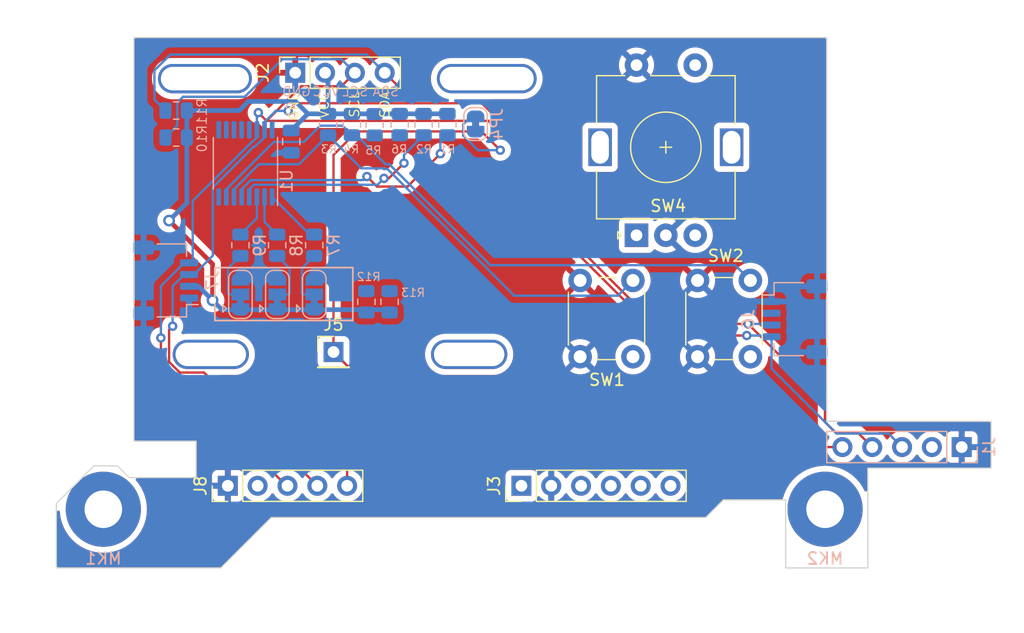
<source format=kicad_pcb>
(kicad_pcb (version 20221018) (generator pcbnew)
  (title_block (date "15 nov 2012"))
  (layers (0 "F.Cu" signal) (31 "B.Cu" signal) (34 "B.Paste" user) (35 "F.Paste" user) (36 "B.SilkS" user "B.Silkscreen") (37 "F.SilkS" user "F.Silkscreen") (38 "B.Mask" user) (39 "F.Mask" user) (44 "Edge.Cuts" user))
  (net 0 "")
  (net 1 "+3V3")
  (net 2 "GND")
  (net 3 "Net-(J3-Pin_4)")
  (net 4 "/BUTTON_1")
  (net 5 "/BUTTON_2")
  (net 6 "/BUTTON_3")
  (net 7 "/ROTARY_ENC_B")
  (net 8 "/ROTARY_ENC_A")
  (net 9 "/BUTTON_4")
  (net 10 "Net-(J3-Pin_6)")
  (net 11 "Net-(JP1-C)")
  (net 12 "Net-(JP2-C)")
  (net 13 "/LED_2")
  (net 14 "/LED_1")
  (net 15 "Net-(JP3-C)")
  (net 16 "Net-(JP4-A)")
  (net 19 "Net-(U1-A0)")
  (net 20 "Net-(U1-A1)")
  (net 21 "Net-(U1-A2)")
  (net 22 "/SCL")
  (net 23 "/SDA")
  (net 24 "/INT")
  (footprint "Connector_PinHeader_2.54mm:PinHeader_1x06_P2.54mm_Vertical" (layer "F.Cu") (at 120 193 90)
    (fp_text reference "J3" (at 0 -2.33 90) (layer "F.SilkS"))
    (fp_text value "Conn_01x06_Odd_Even")
    (pad "1" thru_hole rect (at 0 0 90) (size 1.7 1.7) (drill 1) (layers "*.Cu" "*.Mask") (net 6 "/BUTTON_3"))
    (pad "2" thru_hole oval (at 0 2.54 90) (size 1.7 1.7) (drill 1) (layers "*.Cu" "*.Mask") (net 2 "GND"))
    (pad "3" thru_hole oval (at 0 5.08 90) (size 1.7 1.7) (drill 1) (layers "*.Cu" "*.Mask") (net 14 "/LED_1"))
    (pad "4" thru_hole oval (at 0 7.62 90) (size 1.7 1.7) (drill 1) (layers "*.Cu" "*.Mask") (net 3 "Net-(J3-Pin_4)"))
    (pad "5" thru_hole oval (at 0 10.16 90) (size 1.7 1.7) (drill 1) (layers "*.Cu" "*.Mask") (net 13 "/LED_2"))
    (pad "6" thru_hole oval (at 0 12.7 90) (size 1.7 1.7) (drill 1) (layers "*.Cu" "*.Mask") (net 10 "Net-(J3-Pin_6)"))
  )
  (footprint "Rotary_Encoder:RotaryEncoder_Alps_EC11E-Switch_Vertical_H20mm" (layer "F.Cu") (at 129.8 171.65 90)
    (fp_text reference "SW4" (at 2.5 2.7) (layer "F.SilkS"))
    (fp_text value "Rotary_Encoder_Switch")
    (pad "A" thru_hole rect locked (at 0 0 90) (size 2 2) (drill 1) (layers "*.Cu" "*.Mask") (net 8 "/ROTARY_ENC_A"))
    (pad "B" thru_hole circle locked (at 0 5 90) (size 2 2) (drill 1) (layers "*.Cu" "*.Mask") (net 7 "/ROTARY_ENC_B"))
    (pad "C" thru_hole circle locked (at 0 2.5 90) (size 2 2) (drill 1) (layers "*.Cu" "*.Mask") (net 2 "GND"))
    (pad "MP" thru_hole rect locked (at 7.5 -3.1 90) (size 3.2 2) (drill oval 2.8 1.5) (layers "*.Cu" "*.Mask"))
    (pad "MP" thru_hole rect locked (at 7.5 8.1 90) (size 3.2 2) (drill oval 2.8 1.5) (layers "*.Cu" "*.Mask"))
    (pad "S1" thru_hole circle locked (at 14.5 5 90) (size 2 2) (drill 1) (layers "*.Cu" "*.Mask") (net 9 "/BUTTON_4"))
    (pad "S2" thru_hole circle locked (at 14.5 0 90) (size 2 2) (drill 1) (layers "*.Cu" "*.Mask") (net 2 "GND"))
  )
  (footprint "Button_Switch_THT:SW_PUSH_6mm_H5mm" (layer "F.Cu") (at 135 182 90)
    (fp_text reference "SW2" (at 8.6 2.4) (layer "F.SilkS"))
    (fp_text value "SW_SPST")
    (pad "1" thru_hole circle locked (at 0 0 180) (size 2 2) (drill 1.1) (layers "*.Cu" "*.Mask") (net 2 "GND"))
    (pad "1" thru_hole circle locked (at 6.5 0 180) (size 2 2) (drill 1.1) (layers "*.Cu" "*.Mask") (net 2 "GND"))
    (pad "2" thru_hole circle locked (at 0 4.5 180) (size 2 2) (drill 1.1) (layers "*.Cu" "*.Mask") (net 5 "/BUTTON_2"))
    (pad "2" thru_hole circle locked (at 6.5 4.5 180) (size 2 2) (drill 1.1) (layers "*.Cu" "*.Mask") (net 5 "/BUTTON_2"))
  )
  (footprint "mousebites:0.9_and_1.3_in_OLED_Footprint" (layer "F.Cu") (at 104.55 157.8 -90)
    (fp_text reference "J2" (at 0 6.58 -90) (layer "F.SilkS"))
    (fp_text value "OLED Connector")
    (fp_text user "SDA" (at 1.6 -3.9) (layer "B.SilkS") (effects (font (size 0.8 0.8) (thickness 0.1)) (justify mirror)))
    (fp_text user "VCC" (at 1.6 1.2) (layer "B.SilkS") (effects (font (size 0.8 0.8) (thickness 0.1)) (justify mirror)))
    (fp_text user "GND" (at 1.6 3.7) (layer "B.SilkS") (effects (font (size 0.8 0.8) (thickness 0.1)) (justify mirror)))
    (fp_text user "SCL" (at 1.6 -1.3) (layer "B.SilkS") (effects (font (size 0.8 0.8) (thickness 0.1)) (justify mirror)))
    (fp_text user "SCL" (at 2.711453 -1.227667 -90) (layer "F.SilkS") (effects (font (size 0.8 0.8) (thickness 0.1))))
    (fp_text user "GND" (at 2.825738 3.937 -90) (layer "F.SilkS") (effects (font (size 0.8 0.8) (thickness 0.1))))
    (fp_text user "VCC" (at 2.749548 1.354666 -90) (layer "F.SilkS") (effects (font (size 0.8 0.8) (thickness 0.1))))
    (fp_text user "SDA" (at 2.7305 -3.81 -90) (layer "F.SilkS") (effects (font (size 0.8 0.8) (thickness 0.1))))
    (pad "1" thru_hole rect locked (at 0 3.81 90) (size 1.7 1.7) (drill 1) (layers "*.Cu" "*.Mask") (net 2 "GND"))
    (pad "2" thru_hole oval locked (at 0 1.27 90) (size 1.7 1.7) (drill 1) (layers "*.Cu" "*.Mask") (net 1 "+3V3"))
    (pad "3" thru_hole oval locked (at 0 -1.27 90) (size 1.7 1.7) (drill 1) (layers "*.Cu" "*.Mask") (net 22 "/SCL"))
    (pad "4" thru_hole oval locked (at 0 -3.81 90) (size 1.7 1.7) (drill 1) (layers "*.Cu" "*.Mask") (net 23 "/SDA"))
    (pad "5" thru_hole oval locked (at 0.5 -12.5 270) (size 2.5 8.5) (drill oval 2 8) (layers "*.Cu" "*.Mask"))
    (pad "5" thru_hole oval locked (at 0.5 11.5 270) (size 2.5 8) (drill oval 2 7.5) (layers "*.Cu" "*.Mask"))
    (pad "5" thru_hole oval locked (at 24 -11 270) (size 2.5 6.5) (drill oval 2 6) (layers "*.Cu" "*.Mask"))
    (pad "5" thru_hole oval locked (at 24 11 270) (size 2.5 6.5) (drill oval 2 6) (layers "*.Cu" "*.Mask"))
  )
  (footprint "Connector_PinHeader_2.54mm:PinHeader_1x01_P2.54mm_Vertical" (layer "F.Cu") (at 104 181.6)
    (fp_text reference "J5" (at 0 -2.33) (layer "F.SilkS"))
    (fp_text value "CENTER_INT")
    (pad "1" thru_hole rect locked (at 0 0) (size 1.7 1.7) (drill 1) (layers "*.Cu" "*.Mask") (net 24 "/INT"))
  )
  (footprint "Button_Switch_THT:SW_PUSH_6mm_H5mm" (layer "F.Cu") (at 125 182 90)
    (fp_text reference "SW1" (at -1.9685 2.286) (layer "F.SilkS"))
    (fp_text value "SW_SPST")
    (pad "1" thru_hole circle locked (at 0 0 180) (size 2 2) (drill 1.1) (layers "*.Cu" "*.Mask") (net 2 "GND"))
    (pad "1" thru_hole circle locked (at 6.5 0 180) (size 2 2) (drill 1.1) (layers "*.Cu" "*.Mask") (net 2 "GND"))
    (pad "2" thru_hole circle locked (at 0 4.5 180) (size 2 2) (drill 1.1) (layers "*.Cu" "*.Mask") (net 4 "/BUTTON_1"))
    (pad "2" thru_hole circle locked (at 6.5 4.5 180) (size 2 2) (drill 1.1) (layers "*.Cu" "*.Mask") (net 4 "/BUTTON_1"))
  )
  (footprint "Connector_PinHeader_2.54mm:PinHeader_1x05_P2.54mm_Vertical" (layer "F.Cu") (at 95 193 90)
    (fp_text reference "J8" (at 0 -2.33 90) (layer "F.SilkS"))
    (fp_text value "Zulu I2C w/ interrupt Connector")
    (pad "1" thru_hole rect (at 0 0 90) (size 1.7 1.7) (drill 1) (layers "*.Cu" "*.Mask") (net 2 "GND"))
    (pad "2" thru_hole oval (at 0 2.54 90) (size 1.7 1.7) (drill 1) (layers "*.Cu" "*.Mask") (net 1 "+3V3"))
    (pad "3" thru_hole oval (at 0 5.08 90) (size 1.7 1.7) (drill 1) (layers "*.Cu" "*.Mask") (net 22 "/SCL"))
    (pad "4" thru_hole oval (at 0 7.62 90) (size 1.7 1.7) (drill 1) (layers "*.Cu" "*.Mask") (net 23 "/SDA"))
    (pad "5" thru_hole oval (at 0 10.16 90) (size 1.7 1.7) (drill 1) (layers "*.Cu" "*.Mask") (net 24 "/INT"))
  )
  (footprint "MountingHole:MountingHole_3.2mm_M3_Pad" (layer "B.Cu") (at 84.4 195)
    (fp_text reference "MK1" (at 0 4.2 180) (layer "B.SilkS") (effects (justify mirror)))
    (fp_text value "M3")
    (pad "1" thru_hole circle locked (at 0 0) (size 6.4 6.4) (drill 3.2) (layers "*.Cu" "*.Mask"))
  )
  (footprint "MountingHole:MountingHole_3.2mm_M3_Pad" (layer "B.Cu") (at 145.86 195)
    (fp_text reference "MK2" (at 0 4.2 180) (layer "B.SilkS") (effects (justify mirror)))
    (fp_text value "M3")
    (pad "1" thru_hole circle locked (at 0 0) (size 6.4 6.4) (drill 3.2) (layers "*.Cu" "*.Mask"))
  )
  (footprint "Resistor_SMD:R_0805_2012Metric" (layer "B.Cu") (at 90.6 163.32)
    (fp_text reference "R10" (at 2.2 0.1 90) (layer "B.SilkS") (effects (font (size 0.8 0.8) (thickness 0.1)) (justify mirror)))
    (fp_text value "10k")
    (pad "1" smd roundrect (at -0.9125 0) (size 1.025 1.4) (layers "B.Cu" "B.Paste" "B.Mask") (roundrect_rratio 0.243902439) (net 22 "/SCL"))
    (pad "2" smd roundrect (at 0.9125 0) (size 1.025 1.4) (layers "B.Cu" "B.Paste" "B.Mask") (roundrect_rratio 0.243902439) (net 1 "+3V3"))
  )
  (footprint "Jumper:SolderJumper-2_P1.3mm_Bridged_RoundedPad1.0x1.5mm" (layer "B.Cu") (at 116.1 162.17 90)
    (fp_text reference "JP4" (at 0 1.8 90) (layer "B.SilkS") (effects (justify mirror)))
    (fp_text value "SolderJumper_2_Open")
    (fp_poly (pts (xy 0.25 0.3) (xy -0.25 0.3) (xy -0.25 -0.3) (xy 0.25 -0.3)) (fill solid) (layer "B.Cu"))
    (pad "1" smd custom (at -0.65 0 90) (size 1 0.5) (layers "B.Cu" "B.Mask") (net 16 "Net-(JP4-A)") (options (clearance outline) (anchor rect)) (primitives (gr_circle (center 0 -0.25) (end 0.5 -0.25) (width 0) (fill yes)) (gr_circle (center 0 0.25) (end 0.5 0.25) (width 0) (fill yes)) (gr_poly (pts (xy 0.5 0.75) (xy 0 0.75) (xy 0 -0.75) (xy 0.5 -0.75)) (width 0) (fill yes))))
    (pad "2" smd custom (at 0.65 0 90) (size 1 0.5) (layers "B.Cu" "B.Mask") (net 24 "/INT") (options (clearance outline) (anchor rect)) (primitives (gr_circle (center 0 -0.25) (end 0.5 -0.25) (width 0) (fill yes)) (gr_circle (center 0 0.25) (end 0.5 0.25) (width 0) (fill yes)) (gr_poly (pts (xy 0 0.75) (xy -0.5 0.75) (xy -0.5 -0.75) (xy 0 -0.75)) (width 0) (fill yes))))
  )
  (footprint "Jumper:SolderJumper-3_P1.3mm_Bridged12_RoundedPad1.0x1.5mm" (layer "B.Cu") (at 102.3595 176.691 90)
    (fp_text reference "JP1" hide)
    (fp_text value "SolderJumper_3_Bridged12")
    (fp_poly (pts (xy -0.9 0.3) (xy -0.4 0.3) (xy -0.4 -0.3) (xy -0.9 -0.3)) (fill solid) (layer "B.Cu"))
    (pad "1" smd custom (at -1.3 0 90) (size 1 0.5) (layers "B.Cu" "B.Mask") (net 1 "+3V3") (options (clearance outline) (anchor rect)) (primitives (gr_circle (center 0 -0.25) (end 0.5 -0.25) (width 0) (fill yes)) (gr_circle (center 0 0.25) (end 0.5 0.25) (width 0) (fill yes)) (gr_poly (pts (xy 0.55 0.75) (xy 0 0.75) (xy 0 -0.75) (xy 0.55 -0.75)) (width 0) (fill yes))))
    (pad "2" smd rect (at 0 0 90) (size 1 1.5) (layers "B.Cu" "B.Mask") (net 11 "Net-(JP1-C)"))
    (pad "3" smd custom (at 1.3 0 90) (size 1 0.5) (layers "B.Cu" "B.Mask") (net 2 "GND") (options (clearance outline) (anchor rect)) (primitives (gr_circle (center 0 -0.25) (end 0.5 -0.25) (width 0) (fill yes)) (gr_circle (center 0 0.25) (end 0.5 0.25) (width 0) (fill yes)) (gr_poly (pts (xy 0 0.75) (xy -0.55 0.75) (xy -0.55 -0.75) (xy 0 -0.75)) (width 0) (fill yes))))
  )
  (footprint "Jumper:SolderJumper-3_P1.3mm_Bridged12_RoundedPad1.0x1.5mm" (layer "B.Cu") (at 99.21625 176.691 90)
    (fp_text reference "JP2" hide)
    (fp_text value "SolderJumper_3_Bridged12")
    (fp_poly (pts (xy -0.9 0.3) (xy -0.4 0.3) (xy -0.4 -0.3) (xy -0.9 -0.3)) (fill solid) (layer "B.Cu"))
    (pad "1" smd custom (at -1.3 0 90) (size 1 0.5) (layers "B.Cu" "B.Mask") (net 1 "+3V3") (options (clearance outline) (anchor rect)) (primitives (gr_circle (center 0 -0.25) (end 0.5 -0.25) (width 0) (fill yes)) (gr_circle (center 0 0.25) (end 0.5 0.25) (width 0) (fill yes)) (gr_poly (pts (xy 0.55 0.75) (xy 0 0.75) (xy 0 -0.75) (xy 0.55 -0.75)) (width 0) (fill yes))))
    (pad "2" smd rect (at 0 0 90) (size 1 1.5) (layers "B.Cu" "B.Mask") (net 12 "Net-(JP2-C)"))
    (pad "3" smd custom (at 1.3 0 90) (size 1 0.5) (layers "B.Cu" "B.Mask") (net 2 "GND") (options (clearance outline) (anchor rect)) (primitives (gr_circle (center 0 -0.25) (end 0.5 -0.25) (width 0) (fill yes)) (gr_circle (center 0 0.25) (end 0.5 0.25) (width 0) (fill yes)) (gr_poly (pts (xy 0 0.75) (xy -0.55 0.75) (xy -0.55 -0.75) (xy 0 -0.75)) (width 0) (fill yes))))
  )
  (footprint "Jumper:SolderJumper-3_P1.3mm_Bridged12_RoundedPad1.0x1.5mm" (layer "B.Cu") (at 96.073 176.691 90)
    (fp_text reference "JP3" hide)
    (fp_text value "SolderJumper_3_Bridged12")
    (fp_poly (pts (xy -0.9 0.3) (xy -0.4 0.3) (xy -0.4 -0.3) (xy -0.9 -0.3)) (fill solid) (layer "B.Cu"))
    (pad "1" smd custom (at -1.3 0 90) (size 1 0.5) (layers "B.Cu" "B.Mask") (net 1 "+3V3") (options (clearance outline) (anchor rect)) (primitives (gr_circle (center 0 -0.25) (end 0.5 -0.25) (width 0) (fill yes)) (gr_circle (center 0 0.25) (end 0.5 0.25) (width 0) (fill yes)) (gr_poly (pts (xy 0.55 0.75) (xy 0 0.75) (xy 0 -0.75) (xy 0.55 -0.75)) (width 0) (fill yes))))
    (pad "2" smd rect (at 0 0 90) (size 1 1.5) (layers "B.Cu" "B.Mask") (net 15 "Net-(JP3-C)"))
    (pad "3" smd custom (at 1.3 0 90) (size 1 0.5) (layers "B.Cu" "B.Mask") (net 2 "GND") (options (clearance outline) (anchor rect)) (primitives (gr_circle (center 0 -0.25) (end 0.5 -0.25) (width 0) (fill yes)) (gr_circle (center 0 0.25) (end 0.5 0.25) (width 0) (fill yes)) (gr_poly (pts (xy 0 0.75) (xy -0.55 0.75) (xy -0.55 -0.75) (xy 0 -0.75)) (width 0) (fill yes))))
  )
  (footprint "Resistor_SMD:R_0805_2012Metric" (layer "B.Cu") (at 103.538083 162.213 -90)
    (fp_text reference "R3" (at 2.107 -0.061917 180) (layer "B.SilkS") (effects (font (size 0.7 0.7) (thickness 0.1)) (justify mirror)))
    (fp_text value "10k")
    (pad "1" smd roundrect (at -0.9125 0 270) (size 1.025 1.4) (layers "B.Cu" "B.Paste" "B.Mask") (roundrect_rratio 0.243902439) (net 1 "+3V3"))
    (pad "2" smd roundrect (at 0.9125 0 270) (size 1.025 1.4) (layers "B.Cu" "B.Paste" "B.Mask") (roundrect_rratio 0.243902439) (net 4 "/BUTTON_1"))
  )
  (footprint "Resistor_SMD:R_0805_2012Metric" (layer "B.Cu") (at 105.570466 162.213 -90)
    (fp_text reference "R4" (at 2.107 0.070466) (layer "B.SilkS") (effects (font (size 0.7 0.7) (thickness 0.1)) (justify mirror)))
    (fp_text value "10k")
    (pad "1" smd roundrect (at -0.9125 0 270) (size 1.025 1.4) (layers "B.Cu" "B.Paste" "B.Mask") (roundrect_rratio 0.243902439) (net 1 "+3V3"))
    (pad "2" smd roundrect (at 0.9125 0 270) (size 1.025 1.4) (layers "B.Cu" "B.Paste" "B.Mask") (roundrect_rratio 0.243902439) (net 5 "/BUTTON_2"))
  )
  (footprint "Resistor_SMD:R_0805_2012Metric" (layer "B.Cu") (at 102.3595 172.5 90)
    (fp_text reference "R7" (at 0 1.65 90) (layer "B.SilkS") (effects (justify mirror)))
    (fp_text value "10k")
    (pad "1" smd roundrect (at -0.9125 0 90) (size 1.025 1.4) (layers "B.Cu" "B.Paste" "B.Mask") (roundrect_rratio 0.243902439) (net 11 "Net-(JP1-C)"))
    (pad "2" smd roundrect (at 0.9125 0 90) (size 1.025 1.4) (layers "B.Cu" "B.Paste" "B.Mask") (roundrect_rratio 0.243902439) (net 19 "Net-(U1-A0)"))
  )
  (footprint "Resistor_SMD:R_0805_2012Metric" (layer "B.Cu") (at 99.2 172.5 90)
    (fp_text reference "R8" (at 0 1.65 90) (layer "B.SilkS") (effects (justify mirror)))
    (fp_text value "10k")
    (pad "1" smd roundrect (at -0.9125 0 90) (size 1.025 1.4) (layers "B.Cu" "B.Paste" "B.Mask") (roundrect_rratio 0.243902439) (net 12 "Net-(JP2-C)"))
    (pad "2" smd roundrect (at 0.9125 0 90) (size 1.025 1.4) (layers "B.Cu" "B.Paste" "B.Mask") (roundrect_rratio 0.243902439) (net 20 "Net-(U1-A1)"))
  )
  (footprint "Resistor_SMD:R_0805_2012Metric" (layer "B.Cu") (at 96.073 172.5 90)
    (fp_text reference "R9" (at 0 1.65 90) (layer "B.SilkS") (effects (justify mirror)))
    (fp_text value "10k")
    (pad "1" smd roundrect (at -0.9125 0 90) (size 1.025 1.4) (layers "B.Cu" "B.Paste" "B.Mask") (roundrect_rratio 0.243902439) (net 15 "Net-(JP3-C)"))
    (pad "2" smd roundrect (at 0.9125 0 90) (size 1.025 1.4) (layers "B.Cu" "B.Paste" "B.Mask") (roundrect_rratio 0.243902439) (net 21 "Net-(U1-A2)"))
  )
  (footprint "Package_SO:TSSOP-16_4.4x5mm_P0.65mm" (layer "B.Cu") (at 96.5 165.52 90)
    (fp_text reference "U1" (at -1.5 3.5 90) (layer "B.SilkS") (effects (justify mirror)))
    (fp_text value "PCA9554APW,118")
    (pad "1" smd roundrect (at -2.8625 2.275 90) (size 1.475 0.4) (layers "B.Cu" "B.Paste" "B.Mask") (net 19 "Net-(U1-A0)"))
    (pad "2" smd roundrect (at -2.8625 1.625 90) (size 1.475 0.4) (layers "B.Cu" "B.Paste" "B.Mask") (net 20 "Net-(U1-A1)"))
    (pad "3" smd roundrect (at -2.8625 0.975 90) (size 1.475 0.4) (layers "B.Cu" "B.Paste" "B.Mask") (net 21 "Net-(U1-A2)"))
    (pad "4" smd roundrect (at -2.8625 0.325 90) (size 1.475 0.4) (layers "B.Cu" "B.Paste" "B.Mask") (net 8 "/ROTARY_ENC_A"))
    (pad "5" smd roundrect (at -2.8625 -0.325 90) (size 1.475 0.4) (layers "B.Cu" "B.Paste" "B.Mask") (net 7 "/ROTARY_ENC_B"))
    (pad "6" smd roundrect (at -2.8625 -0.975 90) (size 1.475 0.4) (layers "B.Cu" "B.Paste" "B.Mask") (net 4 "/BUTTON_1"))
    (pad "7" smd roundrect (at -2.8625 -1.625 90) (size 1.475 0.4) (layers "B.Cu" "B.Paste" "B.Mask") (net 5 "/BUTTON_2"))
    (pad "8" smd roundrect (at -2.8625 -2.275 90) (size 1.475 0.4) (layers "B.Cu" "B.Paste" "B.Mask") (net 2 "GND"))
    (pad "9" smd roundrect (at 2.8625 -2.275 90) (size 1.475 0.4) (layers "B.Cu" "B.Paste" "B.Mask") (net 6 "/BUTTON_3"))
    (pad "10" smd roundrect (at 2.8625 -1.625 90) (size 1.475 0.4) (layers "B.Cu" "B.Paste" "B.Mask") (net 9 "/BUTTON_4"))
    (pad "11" smd roundrect (at 2.8625 -0.975 90) (size 1.475 0.4) (layers "B.Cu" "B.Paste" "B.Mask") (net 14 "/LED_1"))
    (pad "12" smd roundrect (at 2.8625 -0.325 90) (size 1.475 0.4) (layers "B.Cu" "B.Paste" "B.Mask") (net 13 "/LED_2"))
    (pad "13" smd roundrect (at 2.8625 0.325 90) (size 1.475 0.4) (layers "B.Cu" "B.Paste" "B.Mask") (net 16 "Net-(JP4-A)"))
    (pad "14" smd roundrect (at 2.8625 0.975 90) (size 1.475 0.4) (layers "B.Cu" "B.Paste" "B.Mask") (net 22 "/SCL"))
    (pad "15" smd roundrect (at 2.8625 1.625 90) (size 1.475 0.4) (layers "B.Cu" "B.Paste" "B.Mask") (net 23 "/SDA"))
    (pad "16" smd roundrect (at 2.8625 2.275 90) (size 1.475 0.4) (layers "B.Cu" "B.Paste" "B.Mask") (net 1 "+3V3"))
  )
  (footprint "Resistor_SMD:R_0805_2012Metric" (layer "B.Cu") (at 106.8 177.32 90)
    (fp_text reference "R12" (at 2.13 0.19 180) (layer "B.SilkS") (effects (font (size 0.7 0.7) (thickness 0.1)) (justify mirror)))
    (fp_text value "10k")
    (pad "1" smd roundrect (at -0.9125 0 90) (size 1.025 1.4) (layers "B.Cu" "B.Paste" "B.Mask") (roundrect_rratio 0.243902439) (net 1 "+3V3"))
    (pad "2" smd roundrect (at 0.9125 0 90) (size 1.025 1.4) (layers "B.Cu" "B.Paste" "B.Mask") (roundrect_rratio 0.243902439) (net 3 "Net-(J3-Pin_4)"))
  )
  (footprint "Resistor_SMD:R_0805_2012Metric" (layer "B.Cu") (at 108.774084 177.32 90)
    (fp_text reference "R13" (at 0.78 1.995916 180) (layer "B.SilkS") (effects (font (size 0.7 0.7) (thickness 0.1)) (justify mirror)))
    (fp_text value "10k")
    (pad "1" smd roundrect (at -0.9125 0 90) (size 1.025 1.4) (layers "B.Cu" "B.Paste" "B.Mask") (roundrect_rratio 0.243902439) (net 1 "+3V3"))
    (pad "2" smd roundrect (at 0.9125 0 90) (size 1.025 1.4) (layers "B.Cu" "B.Paste" "B.Mask") (roundrect_rratio 0.243902439) (net 10 "Net-(J3-Pin_6)"))
  )
  (footprint "Resistor_SMD:R_0805_2012Metric" (layer "B.Cu") (at 90.6 161.02 180)
    (fp_text reference "R11" (at -2.2 -0.1 90) (layer "B.SilkS") (effects (font (size 0.8 0.8) (thickness 0.1)) (justify mirror)))
    (fp_text value "10k")
    (pad "1" smd roundrect (at -0.9125 0 180) (size 1.025 1.4) (layers "B.Cu" "B.Paste" "B.Mask") (roundrect_rratio 0.243902439) (net 1 "+3V3"))
    (pad "2" smd roundrect (at 0.9125 0 180) (size 1.025 1.4) (layers "B.Cu" "B.Paste" "B.Mask") (roundrect_rratio 0.243902439) (net 23 "/SDA"))
  )
  (footprint "Capacitor_SMD:C_0805_2012Metric" (layer "B.Cu") (at 100.4 163.67 -90)
    (fp_text reference "C1" (at -2.713 0.034 -270) (layer "B.SilkS") (effects (font (size 0.7 0.7) (thickness 0.1)) (justify mirror)))
    (fp_text value "100n")
    (pad "1" smd roundrect (at -0.95 0 270) (size 1 1.45) (layers "B.Cu" "B.Paste" "B.Mask") (net 1 "+3V3"))
    (pad "2" smd roundrect (at 0.95 0 270) (size 1 1.45) (layers "B.Cu" "B.Paste" "B.Mask") (net 2 "GND"))
  )
  (footprint "Resistor_SMD:R_0805_2012Metric" (layer "B.Cu") (at 109.635232 162.213 -90)
    (fp_text reference "R6" (at 2.107 0.035232 180) (layer "B.SilkS") (effects (font (size 0.7 0.7) (thickness 0.1)) (justify mirror)))
    (fp_text value "10k")
    (pad "1" smd roundrect (at -0.9125 0 270) (size 1.025 1.4) (layers "B.Cu" "B.Paste" "B.Mask") (roundrect_rratio 0.243902439) (net 1 "+3V3"))
    (pad "2" smd roundrect (at 0.9125 0 270) (size 1.025 1.4) (layers "B.Cu" "B.Paste" "B.Mask") (roundrect_rratio 0.243902439) (net 9 "/BUTTON_4"))
  )
  (footprint "Resistor_SMD:R_0805_2012Metric" (layer "B.Cu") (at 113.7 162.213 -90)
    (fp_text reference "R1" (at 2.107 0) (layer "B.SilkS") (effects (font (size 0.7 0.7) (thickness 0.1)) (justify mirror)))
    (fp_text value "10k")
    (pad "1" smd roundrect (at -0.9125 0 270) (size 1.025 1.4) (layers "B.Cu" "B.Paste" "B.Mask") (roundrect_rratio 0.243902439) (net 1 "+3V3"))
    (pad "2" smd roundrect (at 0.9125 0 270) (size 1.025 1.4) (layers "B.Cu" "B.Paste" "B.Mask") (roundrect_rratio 0.243902439) (net 7 "/ROTARY_ENC_B"))
  )
  (footprint "Resistor_SMD:R_0805_2012Metric" (layer "B.Cu") (at 111.667615 162.213 -90)
    (fp_text reference "R2" (at 2.107 -0.032385 180) (layer "B.SilkS") (effects (font (size 0.7 0.7) (thickness 0.1)) (justify mirror)))
    (fp_text value "10k")
    (pad "1" smd roundrect (at -0.9125 0 270) (size 1.025 1.4) (layers "B.Cu" "B.Paste" "B.Mask") (roundrect_rratio 0.243902439) (net 1 "+3V3"))
    (pad "2" smd roundrect (at 0.9125 0 270) (size 1.025 1.4) (layers "B.Cu" "B.Paste" "B.Mask") (roundrect_rratio 0.243902439) (net 8 "/ROTARY_ENC_A"))
  )
  (footprint "Connector_PinHeader_2.54mm:PinHeader_1x05_P2.54mm_Vertical" (layer "B.Cu") (at 157.495 189.7 90)
    (fp_text reference "J1" (at 0 2.33 90) (layer "B.SilkS") (effects (justify mirror)))
    (fp_text value "Zulu I2C w/ interrupt Connector")
    (pad "1" thru_hole rect (at 0 0 90) (size 1.7 1.7) (drill 1) (layers "*.Cu" "*.Mask") (net 2 "GND"))
    (pad "2" thru_hole oval (at 0 -2.54 90) (size 1.7 1.7) (drill 1) (layers "*.Cu" "*.Mask") (net 1 "+3V3"))
    (pad "3" thru_hole oval (at 0 -5.08 90) (size 1.7 1.7) (drill 1) (layers "*.Cu" "*.Mask") (net 22 "/SCL"))
    (pad "4" thru_hole oval (at 0 -7.62 90) (size 1.7 1.7) (drill 1) (layers "*.Cu" "*.Mask") (net 23 "/SDA"))
    (pad "5" thru_hole oval (at 0 -10.16 90) (size 1.7 1.7) (drill 1) (layers "*.Cu" "*.Mask") (net 24 "/INT"))
  )
  (footprint "Resistor_SMD:R_0805_2012Metric" (layer "B.Cu") (at 107.5 162.2325 90)
    (fp_text reference "R5" (at -2.1875 -0.1 180) (layer "B.SilkS") (effects (font (size 0.7 0.7) (thickness 0.1)) (justify mirror)))
    (fp_text value "10k")
    (pad "1" smd roundrect (at -0.9125 0 90) (size 1.025 1.4) (layers "B.Cu" "B.Paste" "B.Mask") (roundrect_rratio 0.243902439) (net 16 "Net-(JP4-A)"))
    (pad "2" smd roundrect (at 0.9125 0 90) (size 1.025 1.4) (layers "B.Cu" "B.Paste" "B.Mask") (roundrect_rratio 0.243902439) (net 1 "+3V3"))
  )
  (footprint "Connector_JST:JST_SH_SM04B-SRSS-TB_1x04-1MP_P1.00mm_Horizontal" (layer "B.Cu") (at 89.7 175.5 90)
    (fp_text reference "J7" (at 0 3.98 90) (layer "B.SilkS") (effects (justify mirror)))
    (fp_text value "I2C Qwiic")
    (pad "1" smd roundrect (at -1.5 2 90) (size 0.6 1.55) (layers "B.Cu" "B.Paste" "B.Mask") (net 2 "GND"))
    (pad "2" smd roundrect (at -0.5 2 90) (size 0.6 1.55) (layers "B.Cu" "B.Paste" "B.Mask") (net 1 "+3V3"))
    (pad "3" smd roundrect (at 0.5 2 90) (size 0.6 1.55) (layers "B.Cu" "B.Paste" "B.Mask") (net 23 "/SDA"))
    (pad "4" smd roundrect (at 1.5 2 90) (size 0.6 1.55) (layers "B.Cu" "B.Paste" "B.Mask") (net 22 "/SCL"))
    (pad "MP" smd roundrect (at -2.8 -1.875 90) (size 1.2 1.8) (layers "B.Cu" "B.Paste" "B.Mask") (roundrect_rratio 0.208333) (net 2 "GND"))
    (pad "MP" smd roundrect (at 2.8 -1.875 90) (size 1.2 1.8) (layers "B.Cu" "B.Paste" "B.Mask") (roundrect_rratio 0.208333) (net 2 "GND"))
  )
  (footprint "Connector_JST:JST_SH_SM04B-SRSS-TB_1x04-1MP_P1.00mm_Horizontal" (layer "B.Cu") (at 143.3 178.8 -90)
    (fp_text reference "J6" (at 0 3.98 90) (layer "B.SilkS") (effects (justify mirror)))
    (fp_text value "I2C Qwiic")
    (pad "1" smd roundrect (at -1.5 2 270) (size 0.6 1.55) (layers "B.Cu" "B.Paste" "B.Mask") (net 2 "GND"))
    (pad "2" smd roundrect (at -0.5 2 270) (size 0.6 1.55) (layers "B.Cu" "B.Paste" "B.Mask") (net 1 "+3V3"))
    (pad "3" smd roundrect (at 0.5 2 270) (size 0.6 1.55) (layers "B.Cu" "B.Paste" "B.Mask") (net 23 "/SDA"))
    (pad "4" smd roundrect (at 1.5 2 270) (size 0.6 1.55) (layers "B.Cu" "B.Paste" "B.Mask") (net 22 "/SCL"))
    (pad "MP" smd roundrect (at -2.8 -1.875 270) (size 1.2 1.8) (layers "B.Cu" "B.Paste" "B.Mask") (roundrect_rratio 0.208333) (net 2 "GND"))
    (pad "MP" smd roundrect (at 2.8 -1.875 270) (size 1.2 1.8) (layers "B.Cu" "B.Paste" "B.Mask") (roundrect_rratio 0.208333) (net 2 "GND"))
  )
  (gr_line (start 93.9 178.9135) (end 93.9 178.5325) (stroke (width 0.15)) (layer "B.SilkS"))
  (gr_line (start 93.895 174.405) (end 94.9935 174.405) (stroke (width 0.15)) (layer "B.SilkS"))
  (gr_line (start 105.644 174.405) (end 105.644 176.1195) (stroke (width 0.15)) (layer "B.SilkS"))
  (gr_line (start 105.644 178.9135) (end 93.9 178.92) (stroke (width 0.15)) (layer "B.SilkS"))
  (gr_line (start 105.644 176.1195) (end 105.644 178.9135) (stroke (width 0.15)) (layer "B.SilkS"))
  (gr_line (start 94.9935 174.405) (end 105.644 174.405) (stroke (width 0.15)) (layer "B.SilkS"))
  (gr_line (start 93.895 178.5325) (end 93.895 176.1195) (stroke (width 0.15)) (layer "B.SilkS"))
  (gr_line (start 93.895 176.1195) (end 93.895 174.405) (stroke (width 0.15)) (layer "B.SilkS"))
  (gr_line (start 92.3 189.2) (end 87 189.2) (stroke (width 0.1)) (layer "Edge.Cuts"))
  (gr_line (start 135.7 195.7) (end 137.2 194.2) (stroke (width 0.1)) (layer "Edge.Cuts"))
  (gr_line (start 149.5 200) (end 149.5 191.5) (stroke (width 0.1)) (layer "Edge.Cuts"))
  (gr_line (start 160 191.5) (end 160 187.5) (stroke (width 0.1)) (layer "Edge.Cuts"))
  (gr_line (start 142.5 200) (end 149.5 200) (stroke (width 0.1)) (layer "Edge.Cuts"))
  (gr_line (start 92.3 192.3) (end 92.3 189.2) (stroke (width 0.1)) (layer "Edge.Cuts"))
  (gr_line (start 96.8 197.6) (end 98.7 195.7) (stroke (width 0.1)) (layer "Edge.Cuts"))
  (gr_line (start 94.4 200) (end 96.8 197.6) (stroke (width 0.1)) (layer "Edge.Cuts"))
  (gr_line (start 85.6 191.3) (end 86.6 192.3) (stroke (width 0.1)) (layer "Edge.Cuts"))
  (gr_line (start 142.5 194.2) (end 142.5 200) (stroke (width 0.1)) (layer "Edge.Cuts"))
  (gr_line (start 146 154.8) (end 87 154.8) (stroke (width 0.1)) (layer "Edge.Cuts"))
  (gr_line (start 83.6 191.3) (end 80.4 194.5) (stroke (width 0.1)) (layer "Edge.Cuts"))
  (gr_line (start 80.4 200) (end 94.4 200) (stroke (width 0.1)) (layer "Edge.Cuts"))
  (gr_line (start 98.7 195.7) (end 135.7 195.7) (stroke (width 0.1)) (layer "Edge.Cuts"))
  (gr_line (start 80.4 194.5) (end 80.4 200) (stroke (width 0.1)) (layer "Edge.Cuts"))
  (gr_line (start 149.5 191.5) (end 160 191.5) (stroke (width 0.1)) (layer "Edge.Cuts"))
  (gr_line (start 86.6 192.3) (end 92 192.3) (stroke (width 0.1)) (layer "Edge.Cuts"))
  (gr_line (start 137.2 194.2) (end 142.5 194.2) (stroke (width 0.1)) (layer "Edge.Cuts"))
  (gr_line (start 85.6 191.3) (end 83.6 191.3) (stroke (width 0.1)) (layer "Edge.Cuts"))
  (gr_line (start 146 187.5) (end 146 154.8) (stroke (width 0.1)) (layer "Edge.Cuts"))
  (gr_line (start 92 192.3) (end 92.3 192.3) (stroke (width 0.1)) (layer "Edge.Cuts"))
  (gr_line (start 160 187.5) (end 146 187.5) (stroke (width 0.1)) (layer "Edge.Cuts"))
  (gr_line (start 87 154.8) (end 87 189.2) (stroke (width 0.1)) (layer "Edge.Cuts"))
  (segment (start 90 170.4) (end 93.7 174.1) (width 0.4) (layer "F.Cu") (net 1))
  (segment (start 93.7 174.1) (end 93.7 177.2) (width 0.4) (layer "F.Cu") (net 1))
  (via (at 93.7 177.2) (size 1) (drill 0.6) (layers "F.Cu" "B.Cu") (net 1))
  (via (at 90 170.4) (size 1) (drill 0.6) (layers "F.Cu" "B.Cu") (net 1))
  (segment (start 96.754163 160.244975) (end 95.979138 161.02) (width 0.4) (layer "B.Cu") (net 1))
  (segment (start 101.8195 161.3005) (end 100.4 162.72) (width 0.4) (layer "B.Cu") (net 1))
  (segment (start 103.538083 161.3005) (end 101.8195 161.3005) (width 0.4) (layer "B.Cu") (net 1))
  (segment (start 103.538083 161.3005) (end 103.538083 158.058083) (width 0.4) (layer "B.Cu") (net 1))
  (segment (start 100.763975 160.244975) (end 96.754163 160.244975) (width 0.4) (layer "B.Cu") (net 1))
  (segment (start 99.21625 177.991) (end 96.073 177.991) (width 0.4) (layer "B.Cu") (net 1))
  (segment (start 102.3595 177.991) (end 99.21625 177.991) (width 0.4) (layer "B.Cu") (net 1))
  (segment (start 91.5125 163.32) (end 91.5125 168.8875) (width 0.4) (layer "B.Cu") (net 1))
  (segment (start 103.538083 158.058083) (end 103.28 157.8) (width 0.4) (layer "B.Cu") (net 1))
  (segment (start 108.532584 177.991) (end 108.774084 178.2325) (width 0.4) (layer "B.Cu") (net 1))
  (segment (start 94.491 177.991) (end 96.073 177.991) (width 0.4) (layer "B.Cu") (net 1))
  (segment (start 113.7 161.3005) (end 103.538083 161.3005) (width 0.4) (layer "B.Cu") (net 1))
  (segment (start 91.5125 168.8875) (end 90 170.4) (width 0.4) (layer "B.Cu") (net 1))
  (segment (start 91.5125 163.32) (end 91.5125 161.02) (width 0.4) (layer "B.Cu") (net 1))
  (segment (start 102.3595 177.991) (end 108.532584 177.991) (width 0.4) (layer "B.Cu") (net 1))
  (segment (start 101.8195 161.3005) (end 100.763975 160.244975) (width 0.4) (layer "B.Cu") (net 1))
  (segment (start 95.979138 161.02) (end 91.5125 161.02) (width 0.4) (layer "B.Cu") (net 1))
  (segment (start 93.7 177.2) (end 94.491 177.991) (width 0.4) (layer "B.Cu") (net 1))
  (segment (start 92.5 176) (end 91.7 176) (width 0.4) (layer "B.Cu") (net 1))
  (segment (start 93.7 177.2) (end 92.5 176) (width 0.4) (layer "B.Cu") (net 1))
  (segment (start 119.38995 176.8) (end 108.58995 166) (width 0.2) (layer "B.Cu") (net 4))
  (segment (start 106.357583 165.945) (end 103.538083 163.1255) (width 0.2) (layer "B.Cu") (net 4))
  (segment (start 129.5 175.5) (end 128.2 176.8) (width 0.2) (layer "B.Cu") (net 4))
  (segment (start 108.210686 165.945) (end 106.357583 165.945) (width 0.2) (layer "B.Cu") (net 4))
  (segment (start 95.525 168.3825) (end 95.525 167.729315) (width 0.2) (layer "B.Cu") (net 4))
  (segment (start 95.525 167.729315) (end 97.654315 165.6) (width 0.2) (layer "B.Cu") (net 4))
  (segment (start 97.654315 165.6) (end 101.063583 165.6) (width 0.2) (layer "B.Cu") (net 4))
  (segment (start 128.2 176.8) (end 119.38995 176.8) (width 0.2) (layer "B.Cu") (net 4))
  (segment (start 108.58995 166) (end 108.265686 166) (width 0.2) (layer "B.Cu") (net 4))
  (segment (start 108.265686 166) (end 108.210686 165.945) (width 0.2) (layer "B.Cu") (net 4))
  (segment (start 101.063583 165.6) (end 103.538083 163.1255) (width 0.2) (layer "B.Cu") (net 4))
  (segment (start 101.478266 163.695) (end 102.860266 162.313) (width 0.2) (layer "B.Cu") (net 5))
  (segment (start 108.431371 165.6) (end 105.956871 163.1255) (width 0.2) (layer "B.Cu") (net 5))
  (segment (start 94.875 168.3825) (end 94.875 167.729315) (width 0.2) (layer "B.Cu") (net 5))
  (segment (start 139.5 175.5) (end 138.2 174.2) (width 0.2) (layer "B.Cu") (net 5))
  (segment (start 117.355635 174.2) (end 108.755635 165.6) (width 0.2) (layer "B.Cu") (net 5))
  (segment (start 108.755635 165.6) (end 108.431371 165.6) (width 0.2) (layer "B.Cu") (net 5))
  (segment (start 94.875 167.729315) (end 98.909315 163.695) (width 0.2) (layer "B.Cu") (net 5))
  (segment (start 138.2 174.2) (end 117.355635 174.2) (width 0.2) (layer "B.Cu") (net 5))
  (segment (start 102.860266 162.313) (end 104.757966 162.313) (width 0.2) (layer "B.Cu") (net 5))
  (segment (start 105.956871 163.1255) (end 105.570466 163.1255) (width 0.2) (layer "B.Cu") (net 5))
  (segment (start 98.909315 163.695) (end 101.478266 163.695) (width 0.2) (layer "B.Cu") (net 5))
  (segment (start 104.757966 162.313) (end 105.570466 163.1255) (width 0.2) (layer "B.Cu") (net 5))
  (segment (start 107.69972 167.5) (end 106.84472 166.645) (width 0.2) (layer "F.Cu") (net 7))
  (segment (start 113.1 164.7) (end 110.3 167.5) (width 0.2) (layer "F.Cu") (net 7))
  (segment (start 110.3 167.5) (end 107.69972 167.5) (width 0.2) (layer "F.Cu") (net 7))
  (via (at 113.1 164.7) (size 0.8) (drill 0.4) (layers "F.Cu" "B.Cu") (net 7))
  (via (at 106.84472 166.645) (size 0.8) (drill 0.4) (layers "F.Cu" "B.Cu") (net 7))
  (segment (start 96.175 168.3825) (end 96.175 167.729315) (width 0.2) (layer "B.Cu") (net 7))
  (segment (start 113.1 164.7) (end 113.1 163.7255) (width 0.2) (layer "B.Cu") (net 7))
  (segment (start 96.959315 166.945) (end 106.54472 166.945) (width 0.2) (layer "B.Cu") (net 7))
  (segment (start 113.1 163.7255) (end 113.7 163.1255) (width 0.2) (layer "B.Cu") (net 7))
  (segment (start 106.54472 166.945) (end 106.84472 166.645) (width 0.2) (layer "B.Cu") (net 7))
  (segment (start 96.175 167.729315) (end 96.959315 166.945) (width 0.2) (layer "B.Cu") (net 7))
  (segment (start 108.7 166.8) (end 110 165.5) (width 0.2) (layer "F.Cu") (net 8))
  (segment (start 108.3 166.8) (end 108.7 166.8) (width 0.2) (layer "F.Cu") (net 8))
  (via (at 108.3 166.8) (size 0.8) (drill 0.4) (layers "F.Cu" "B.Cu") (net 8))
  (via (at 110 165.5) (size 0.8) (drill 0.4) (layers "F.Cu" "B.Cu") (net 8))
  (segment (start 110 164.793115) (end 111.667615 163.1255) (width 0.2) (layer "B.Cu") (net 8))
  (segment (start 107.755 167.345) (end 108.3 166.8) (width 0.2) (layer "B.Cu") (net 8))
  (segment (start 97.209315 167.345) (end 107.755 167.345) (width 0.2) (layer "B.Cu") (net 8))
  (segment (start 96.825 168.3825) (end 96.825 167.729315) (width 0.2) (layer "B.Cu") (net 8))
  (segment (start 96.825 167.729315) (end 97.209315 167.345) (width 0.2) (layer "B.Cu") (net 8))
  (segment (start 110 165.5) (end 110 164.793115) (width 0.2) (layer "B.Cu") (net 8))
  (segment (start 102.3595 176.691) (end 101.4095 176.691) (width 0.2) (layer "B.Cu") (net 11))
  (segment (start 101.3095 174.4625) (end 102.3595 173.4125) (width 0.2) (layer "B.Cu") (net 11))
  (segment (start 101.4095 176.691) (end 101.3095 176.591) (width 0.2) (layer "B.Cu") (net 11))
  (segment (start 101.3095 176.591) (end 101.3095 174.4625) (width 0.2) (layer "B.Cu") (net 11))
  (segment (start 99.21625 176.691) (end 100.16625 176.691) (width 0.2) (layer "B.Cu") (net 12))
  (segment (start 100.26625 174.47875) (end 99.2 173.4125) (width 0.2) (layer "B.Cu") (net 12))
  (segment (start 100.26625 176.591) (end 100.26625 174.47875) (width 0.2) (layer "B.Cu") (net 12))
  (segment (start 100.16625 176.691) (end 100.26625 176.591) (width 0.2) (layer "B.Cu") (net 12))
  (segment (start 95.023 176.591) (end 95.023 174.4625) (width 0.2) (layer "B.Cu") (net 15))
  (segment (start 96.073 176.691) (end 95.123 176.691) (width 0.2) (layer "B.Cu") (net 15))
  (segment (start 95.123 176.691) (end 95.023 176.591) (width 0.2) (layer "B.Cu") (net 15))
  (segment (start 95.023 174.4625) (end 96.073 173.4125) (width 0.2) (layer "B.Cu") (net 15))
  (segment (start 102.3595 171.5875) (end 101.98 171.5875) (width 0.2) (layer "B.Cu") (net 19))
  (segment (start 101.98 171.5875) (end 98.775 168.3825) (width 0.2) (layer "B.Cu") (net 19))
  (segment (start 99.2 171.5875) (end 98.125 170.5125) (width 0.2) (layer "B.Cu") (net 20))
  (segment (start 98.125 170.5125) (end 98.125 168.3825) (width 0.2) (layer "B.Cu") (net 20))
  (segment (start 97.475 170.1855) (end 97.475 168.3825) (width 0.2) (layer "B.Cu") (net 21))
  (segment (start 96.073 171.5875) (end 97.475 170.1855) (width 0.2) (layer "B.Cu") (net 21))
  (segment (start 104.67 158.95) (end 105.82 157.8) (width 0.2) (layer "F.Cu") (net 22))
  (segment (start 101.25 158.95) (end 104.67 158.95) (width 0.2) (layer "F.Cu") (net 22))
  (segment (start 97.6 161.2) (end 98.3 161.9) (width 0.2) (layer "F.Cu") (net 22))
  (segment (start 98.3 161.9) (end 117.18995 161.9) (width 0.2) (layer "F.Cu") (net 22))
  (segment (start 119.6 164.31005) (end 119.6 168.034314) (width 0.2) (layer "F.Cu") (net 22))
  (segment (start 119.6 168.034314) (end 131.759572 180.193886) (width 0.2) (layer "F.Cu") (net 22))
  (segment (start 89.3 182.307717) (end 89.3 180.4) (width 0.2) (layer "F.Cu") (net 22))
  (segment (start 117.18995 161.9) (end 119.6 164.31005) (width 0.2) (layer "F.Cu") (net 22))
  (segment (start 100.08 193) (end 99.992283 193) (width 0.2) (layer "F.Cu") (net 22))
  (segment (start 99.992283 193) (end 89.3 182.307717) (width 0.2) (layer "F.Cu") (net 22))
  (segment (start 131.759572 180.193886) (end 139.189568 180.193886) (width 0.2) (layer "F.Cu") (net 22))
  (segment (start 98.3 161.9) (end 101.25 158.95) (width 0.2) (layer "F.Cu") (net 22))
  (via (at 139.189568 180.193886) (size 0.8) (drill 0.4) (layers "F.Cu" "B.Cu") (net 22))
  (via (at 97.6 161.2) (size 0.8) (drill 0.4) (layers "F.Cu" "B.Cu") (net 22))
  (via (at 89.3 180.4) (size 0.8) (drill 0.4) (layers "F.Cu" "B.Cu") (net 22))
  (segment (start 90.7 160.342183) (end 91.192183 159.85) (width 0.2) (layer "B.Cu") (net 22))
  (segment (start 151.265 188.55) (end 152.415 189.7) (width 0.2) (layer "B.Cu") (net 22))
  (segment (start 89.6875 163.32) (end 90.7 162.3075) (width 0.2) (layer "B.Cu") (net 22))
  (segment (start 89.3 175.988604) (end 91.288604 174) (width 0.2) (layer "B.Cu") (net 22))
  (segment (start 91.7 174) (end 92.0125 173.6875) (width 0.2) (layer "B.Cu") (net 22))
  (segment (start 89.3 180.4) (end 89.3 175.988604) (width 0.2) (layer "B.Cu") (net 22))
  (segment (start 141.3 183.012132) (end 146.837868 188.55) (width 0.2) (layer "B.Cu") (net 22))
  (segment (start 96.442031 159.85) (end 99.642031 156.65) (width 0.2) (layer "B.Cu") (net 22))
  (segment (start 97.475 162.6575) (end 97.475 161.325) (width 0.2) (layer "B.Cu") (net 22))
  (segment (start 97.475 163.310685) (end 97.475 162.6575) (width 0.2) (layer "B.Cu") (net 22))
  (segment (start 146.837868 188.55) (end 151.265 188.55) (width 0.2) (layer "B.Cu") (net 22))
  (segment (start 141.3 180.3) (end 141.3 183.012132) (width 0.2) (layer "B.Cu") (net 22))
  (segment (start 91.288604 174) (end 91.7 174) (width 0.2) (layer "B.Cu") (net 22))
  (segment (start 99.642031 156.65) (end 104.67 156.65) (width 0.2) (layer "B.Cu") (net 22))
  (segment (start 92.0125 173.6875) (end 92.0125 168.721815) (width 0.2) (layer "B.Cu") (net 22))
  (segment (start 92.0125 168.721815) (end 97.039315 163.695) (width 0.2) (layer "B.Cu") (net 22))
  (segment (start 91.192183 159.85) (end 96.442031 159.85) (width 0.2) (layer "B.Cu") (net 22))
  (segment (start 141.3 180.3) (end 141.193886 180.193886) (width 0.2) (layer "B.Cu") (net 22))
  (segment (start 97.090685 163.695) (end 97.475 163.310685) (width 0.2) (layer "B.Cu") (net 22))
  (segment (start 97.039315 163.695) (end 97.090685 163.695) (width 0.2) (layer "B.Cu") (net 22))
  (segment (start 104.67 156.65) (end 105.82 157.8) (width 0.2) (layer "B.Cu") (net 22))
  (segment (start 90.7 162.3075) (end 90.7 160.342183) (width 0.2) (layer "B.Cu") (net 22))
  (segment (start 97.475 161.325) (end 97.6 161.2) (width 0.2) (layer "B.Cu") (net 22))
  (segment (start 141.193886 180.193886) (end 139.189568 180.193886) (width 0.2) (layer "B.Cu") (net 22))
  (segment (start 92.97 183.35) (end 90.907969 183.35) (width 0.2) (layer "F.Cu") (net 23))
  (segment (start 139.3 179.2) (end 145.85 185.75) (width 0.2) (layer "F.Cu") (net 23))
  (segment (start 120 167.838478) (end 131.361522 179.2) (width 0.2) (layer "F.Cu") (net 23))
  (segment (start 90 179.7) (end 90.3 179.4) (width 0.2) (layer "F.Cu") (net 23))
  (segment (start 110.3 159.74) (end 108.36 157.8) (width 0.2) (layer "F.Cu") (net 23))
  (segment (start 102.62 193) (end 92.97 183.35) (width 0.2) (layer "F.Cu") (net 23))
  (segment (start 110.3 160.4) (end 116.631371 160.4) (width 0.2) (layer "F.Cu") (net 23))
  (segment (start 90.907969 183.35) (end 90 182.442031) (width 0.2) (layer "F.Cu") (net 23))
  (segment (start 145.85 185.75) (end 145.85 187.562132) (width 0.2) (layer "F.Cu") (net 23))
  (segment (start 90 182.442031) (end 90 179.7) (width 0.2) (layer "F.Cu") (net 23))
  (segment (start 120 163.768629) (end 120 167.838478) (width 0.2) (layer "F.Cu") (net 23))
  (segment (start 100.78995 160.4) (end 100.144975 161.044975) (width 0.2) (layer "F.Cu") (net 23))
  (segment (start 110.3 160.4) (end 100.78995 160.4) (width 0.2) (layer "F.Cu") (net 23))
  (segment (start 116.631371 160.4) (end 120 163.768629) (width 0.2) (layer "F.Cu") (net 23))
  (segment (start 146.787868 188.5) (end 148.675 188.5) (width 0.2) (layer "F.Cu") (net 23))
  (segment (start 110.3 160.4) (end 110.3 159.74) (width 0.2) (layer "F.Cu") (net 23))
  (segment (start 131.361522 179.2) (end 139.3 179.2) (width 0.2) (layer "F.Cu") (net 23))
  (segment (start 145.85 187.562132) (end 146.787868 188.5) (width 0.2) (layer "F.Cu") (net 23))
  (segment (start 148.675 188.5) (end 149.875 189.7) (width 0.2) (layer "F.Cu") (net 23))
  (via (at 90.3 179.4) (size 0.8) (drill 0.4) (layers "F.Cu" "B.Cu") (net 23))
  (via (at 100.144975 161.044975) (size 0.8) (drill 0.4) (layers "F.Cu" "B.Cu") (net 23))
  (via (at 139.3 179.2) (size 0.8) (drill 0.4) (layers "F.Cu" "B.Cu") (net 23))
  (segment (start 139.3 179.2) (end 141.2 179.2) (width 0.2) (layer "B.Cu") (net 23))
  (segment (start 91.288604 175) (end 91.7 175) (width 0.2) (layer "B.Cu") (net 23))
  (segment (start 97.305 164.095) (end 97.705 163.695) (width 0.2) (layer "B.Cu") (net 23))
  (segment (start 90.3 175.988604) (end 91.288604 175) (width 0.2) (layer "B.Cu") (net 23))
  (segment (start 88.75 157.6) (end 90.1 156.25) (width 0.2) (layer "B.Cu") (net 23))
  (segment (start 106.81 156.25) (end 108.36 157.8) (width 0.2) (layer "B.Cu") (net 23))
  (segment (start 98.125 162.6575) (end 98.125 162.004315) (width 0.2) (layer "B.Cu") (net 23))
  (segment (start 91.7 175) (end 92.111396 175) (width 0.2) (layer "B.Cu") (net 23))
  (segment (start 97.205 164.095) (end 97.305 164.095) (width 0.2) (layer "B.Cu") (net 23))
  (segment (start 90.1 156.25) (end 106.81 156.25) (width 0.2) (layer "B.Cu") (net 23))
  (segment (start 92.111396 175) (end 93.725 173.386396) (width 0.2) (layer "B.Cu") (net 23))
  (segment (start 141.2 179.2) (end 141.3 179.3) (width 0.2) (layer "B.Cu") (net 23))
  (segment (start 99.08434 161.044975) (end 100.144975 161.044975) (width 0.2) (layer "B.Cu") (net 23))
  (segment (start 97.740685 163.695) (end 98.125 163.310685) (width 0.2) (layer "B.Cu") (net 23))
  (segment (start 89.6875 161.02) (end 88.75 160.0825) (width 0.2) (layer "B.Cu") (net 23))
  (segment (start 93.725 167.575) (end 97.205 164.095) (width 0.2) (layer "B.Cu") (net 23))
  (segment (start 93.725 173.386396) (end 93.725 167.575) (width 0.2) (layer "B.Cu") (net 23))
  (segment (start 90.3 179.4) (end 90.3 175.988604) (width 0.2) (layer "B.Cu") (net 23))
  (segment (start 98.125 162.004315) (end 99.08434 161.044975) (width 0.2) (layer "B.Cu") (net 23))
  (segment (start 98.125 163.310685) (end 98.125 162.6575) (width 0.2) (layer "B.Cu") (net 23))
  (segment (start 88.75 160.0825) (end 88.75 157.6) (width 0.2) (layer "B.Cu") (net 23))
  (segment (start 97.705 163.695) (end 97.740685 163.695) (width 0.2) (layer "B.Cu") (net 23))
  (segment (start 104 164.8) (end 106 162.8) (width 0.2) (layer "F.Cu") (net 24))
  (segment (start 116.6 162.8) (end 118.2 164.4) (width 0.2) (layer "F.Cu") (net 24))
  (segment (start 105.16 182.76) (end 104 181.6) (width 0.2) (layer "F.Cu") (net 24))
  (segment (start 105.16 193) (end 105.16 182.76) (width 0.2) (layer "F.Cu") (net 24))
  (segment (start 112.1 189.7) (end 104 181.6) (width 0.2) (layer "F.Cu") (net 24))
  (segment (start 106 162.8) (end 116.6 162.8) (width 0.2) (layer "F.Cu") (net 24))
  (segment (start 104 181.6) (end 104 164.8) (width 0.2) (layer "F.Cu") (net 24))
  (segment (start 147.335 189.7) (end 112.1 189.7) (width 0.2) (layer "F.Cu") (net 24))
  (via (at 118.2 164.4) (size 0.8) (drill 0.4) (layers "F.Cu" "B.Cu") (net 24))
  (segment (start 115.05 162.195736) (end 115.05 163.151371) (width 0.2) (layer "B.Cu") (net 24))
  (segment (start 116.298629 164.4) (end 118.2 164.4) (width 0.2) (layer "B.Cu") (net 24))
  (segment (start 116.1 161.52) (end 115.725736 161.52) (width 0.2) (layer "B.Cu") (net 24))
  (segment (start 115.725736 161.52) (end 115.05 162.195736) (width 0.2) (layer "B.Cu") (net 24))
  (segment (start 115.05 163.151371) (end 116.298629 164.4) (width 0.2) (layer "B.Cu") (net 24))
  (zone (net 2) (net_name "GND") (layers "F&B.Cu") (priority 1) (connect_pads (clearance 0.508)) (min_thickness 0.25) (fill yes (thermal_gap 0.5) (thermal_bridge_width 0.5))
    (polygon (pts (xy 75.6 151.6) (xy 75.6 205.1) (xy 162.8 205.1) (xy 162.8 152.2) (xy 162.2 151.6)))
  )
)
</source>
